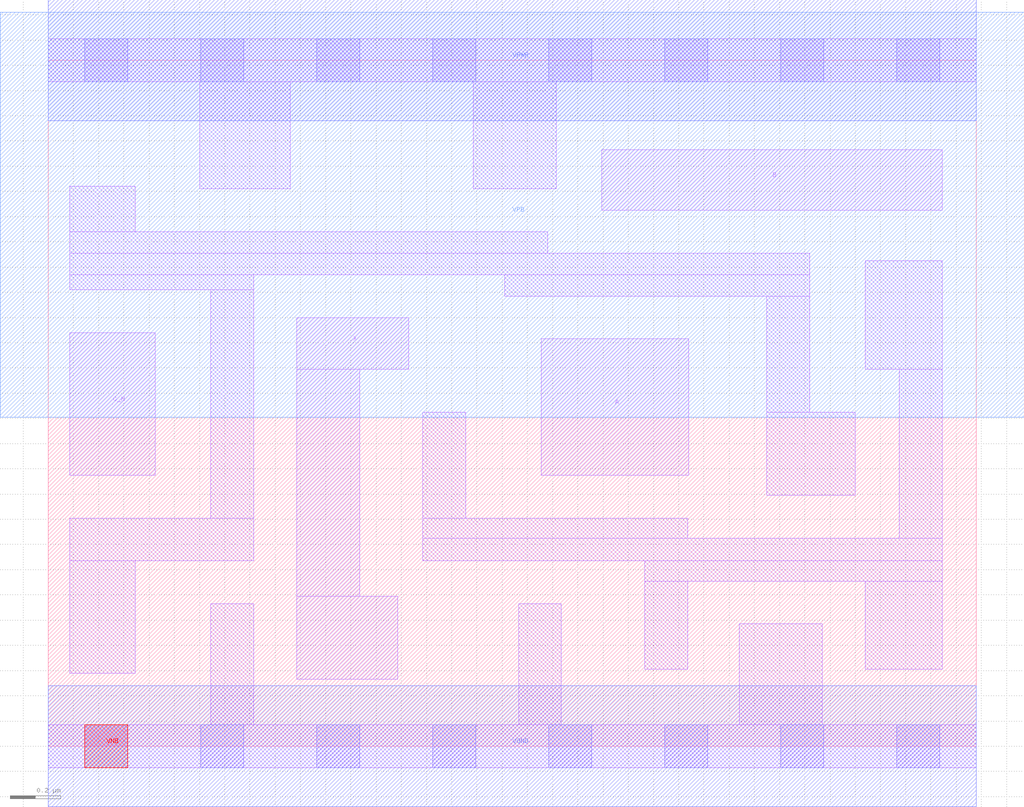
<source format=lef>
# Copyright 2020 The SkyWater PDK Authors
#
# Licensed under the Apache License, Version 2.0 (the "License");
# you may not use this file except in compliance with the License.
# You may obtain a copy of the License at
#
#     https://www.apache.org/licenses/LICENSE-2.0
#
# Unless required by applicable law or agreed to in writing, software
# distributed under the License is distributed on an "AS IS" BASIS,
# WITHOUT WARRANTIES OR CONDITIONS OF ANY KIND, either express or implied.
# See the License for the specific language governing permissions and
# limitations under the License.
#
# SPDX-License-Identifier: Apache-2.0

VERSION 5.7 ;
  NOWIREEXTENSIONATPIN ON ;
  DIVIDERCHAR "/" ;
  BUSBITCHARS "[]" ;
PROPERTYDEFINITIONS
  MACRO maskLayoutSubType STRING ;
  MACRO prCellType STRING ;
  MACRO originalViewName STRING ;
END PROPERTYDEFINITIONS
MACRO sky130_fd_sc_hdll__or3b_2
  CLASS CORE ;
  FOREIGN sky130_fd_sc_hdll__or3b_2 ;
  ORIGIN  0.000000  0.000000 ;
  SIZE  3.680000 BY  2.720000 ;
  SYMMETRY X Y R90 ;
  SITE unithd ;
  PIN A
    ANTENNAGATEAREA  0.138600 ;
    DIRECTION INPUT ;
    USE SIGNAL ;
    PORT
      LAYER li1 ;
        RECT 1.955000 1.075000 2.540000 1.615000 ;
    END
  END A
  PIN B
    ANTENNAGATEAREA  0.138600 ;
    DIRECTION INPUT ;
    USE SIGNAL ;
    PORT
      LAYER li1 ;
        RECT 2.195000 2.125000 3.545000 2.365000 ;
    END
  END B
  PIN C_N
    ANTENNAGATEAREA  0.138600 ;
    DIRECTION INPUT ;
    USE SIGNAL ;
    PORT
      LAYER li1 ;
        RECT 0.085000 1.075000 0.425000 1.640000 ;
    END
  END C_N
  PIN VGND
    ANTENNADIFFAREA  0.555750 ;
    DIRECTION INOUT ;
    USE SIGNAL ;
    PORT
      LAYER met1 ;
        RECT 0.000000 -0.240000 3.680000 0.240000 ;
    END
  END VGND
  PIN VPWR
    ANTENNADIFFAREA  0.616400 ;
    DIRECTION INOUT ;
    USE SIGNAL ;
    PORT
      LAYER met1 ;
        RECT 0.000000 2.480000 3.680000 2.960000 ;
    END
  END VPWR
  PIN X
    ANTENNADIFFAREA  0.741250 ;
    DIRECTION OUTPUT ;
    USE SIGNAL ;
    PORT
      LAYER li1 ;
        RECT 0.985000 0.265000 1.385000 0.595000 ;
        RECT 0.985000 0.595000 1.235000 1.495000 ;
        RECT 0.985000 1.495000 1.430000 1.700000 ;
    END
  END X
  PIN VNB
    DIRECTION INOUT ;
    USE GROUND ;
    PORT
      LAYER pwell ;
        RECT 0.145000 -0.085000 0.315000 0.085000 ;
    END
  END VNB
  PIN VPB
    DIRECTION INOUT ;
    USE POWER ;
    PORT
      LAYER nwell ;
        RECT -0.190000 1.305000 3.870000 2.910000 ;
    END
  END VPB
  OBS
    LAYER li1 ;
      RECT 0.000000 -0.085000 3.680000 0.085000 ;
      RECT 0.000000  2.635000 3.680000 2.805000 ;
      RECT 0.085000  0.290000 0.345000 0.735000 ;
      RECT 0.085000  0.735000 0.815000 0.905000 ;
      RECT 0.085000  1.810000 0.815000 1.870000 ;
      RECT 0.085000  1.870000 3.020000 1.955000 ;
      RECT 0.085000  1.955000 1.980000 2.040000 ;
      RECT 0.085000  2.040000 0.345000 2.220000 ;
      RECT 0.600000  2.210000 0.960000 2.635000 ;
      RECT 0.645000  0.085000 0.815000 0.565000 ;
      RECT 0.645000  0.905000 0.815000 1.810000 ;
      RECT 1.485000  0.735000 3.545000 0.825000 ;
      RECT 1.485000  0.825000 2.535000 0.905000 ;
      RECT 1.485000  0.905000 1.655000 1.325000 ;
      RECT 1.685000  2.210000 2.015000 2.635000 ;
      RECT 1.810000  1.785000 3.020000 1.870000 ;
      RECT 1.865000  0.085000 2.035000 0.565000 ;
      RECT 2.365000  0.305000 2.535000 0.655000 ;
      RECT 2.365000  0.655000 3.545000 0.735000 ;
      RECT 2.740000  0.085000 3.070000 0.485000 ;
      RECT 2.850000  0.995000 3.200000 1.325000 ;
      RECT 2.850000  1.325000 3.020000 1.785000 ;
      RECT 3.240000  0.305000 3.545000 0.655000 ;
      RECT 3.240000  1.495000 3.545000 1.925000 ;
      RECT 3.375000  0.825000 3.545000 1.495000 ;
    LAYER mcon ;
      RECT 0.145000 -0.085000 0.315000 0.085000 ;
      RECT 0.145000  2.635000 0.315000 2.805000 ;
      RECT 0.605000 -0.085000 0.775000 0.085000 ;
      RECT 0.605000  2.635000 0.775000 2.805000 ;
      RECT 1.065000 -0.085000 1.235000 0.085000 ;
      RECT 1.065000  2.635000 1.235000 2.805000 ;
      RECT 1.525000 -0.085000 1.695000 0.085000 ;
      RECT 1.525000  2.635000 1.695000 2.805000 ;
      RECT 1.985000 -0.085000 2.155000 0.085000 ;
      RECT 1.985000  2.635000 2.155000 2.805000 ;
      RECT 2.445000 -0.085000 2.615000 0.085000 ;
      RECT 2.445000  2.635000 2.615000 2.805000 ;
      RECT 2.905000 -0.085000 3.075000 0.085000 ;
      RECT 2.905000  2.635000 3.075000 2.805000 ;
      RECT 3.365000 -0.085000 3.535000 0.085000 ;
      RECT 3.365000  2.635000 3.535000 2.805000 ;
  END
  PROPERTY maskLayoutSubType "abstract" ;
  PROPERTY prCellType "standard" ;
  PROPERTY originalViewName "layout" ;
END sky130_fd_sc_hdll__or3b_2
END LIBRARY

</source>
